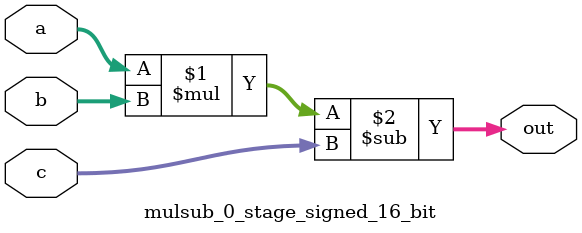
<source format=sv>
(* use_dsp = "yes" *) module mulsub_0_stage_signed_16_bit(
	input signed [15:0] a,
	input signed [15:0] b,
	input signed [15:0] c,
	output [15:0] out
	);

	assign out = (a * b) - c;
endmodule

</source>
